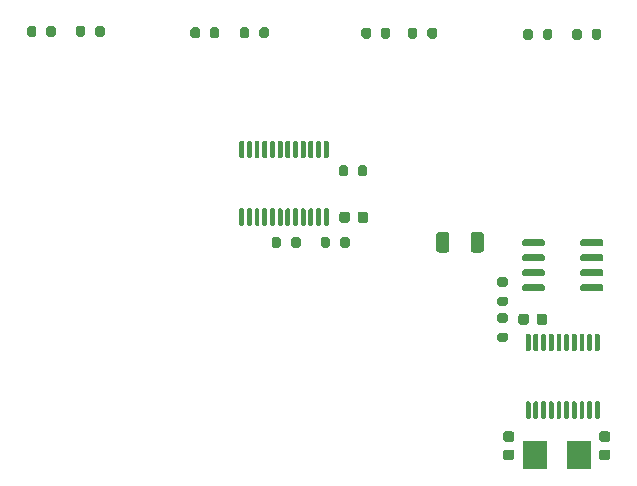
<source format=gbr>
%TF.GenerationSoftware,KiCad,Pcbnew,(5.1.9)-1*%
%TF.CreationDate,2021-08-01T22:25:33+09:30*%
%TF.ProjectId,tyre_temp_sense,74797265-5f74-4656-9d70-5f73656e7365,rev?*%
%TF.SameCoordinates,Original*%
%TF.FileFunction,Paste,Top*%
%TF.FilePolarity,Positive*%
%FSLAX46Y46*%
G04 Gerber Fmt 4.6, Leading zero omitted, Abs format (unit mm)*
G04 Created by KiCad (PCBNEW (5.1.9)-1) date 2021-08-01 22:25:33*
%MOMM*%
%LPD*%
G01*
G04 APERTURE LIST*
%ADD10R,2.000000X2.400000*%
G04 APERTURE END LIST*
%TO.C,R14*%
G36*
G01*
X109546500Y-74625001D02*
X109546500Y-73374999D01*
G75*
G02*
X109796499Y-73125000I249999J0D01*
G01*
X110421501Y-73125000D01*
G75*
G02*
X110671500Y-73374999I0J-249999D01*
G01*
X110671500Y-74625001D01*
G75*
G02*
X110421501Y-74875000I-249999J0D01*
G01*
X109796499Y-74875000D01*
G75*
G02*
X109546500Y-74625001I0J249999D01*
G01*
G37*
G36*
G01*
X106621500Y-74625001D02*
X106621500Y-73374999D01*
G75*
G02*
X106871499Y-73125000I249999J0D01*
G01*
X107496501Y-73125000D01*
G75*
G02*
X107746500Y-73374999I0J-249999D01*
G01*
X107746500Y-74625001D01*
G75*
G02*
X107496501Y-74875000I-249999J0D01*
G01*
X106871499Y-74875000D01*
G75*
G02*
X106621500Y-74625001I0J249999D01*
G01*
G37*
%TD*%
%TO.C,C4*%
G36*
G01*
X115133000Y-80768000D02*
X115133000Y-80268000D01*
G75*
G02*
X115358000Y-80043000I225000J0D01*
G01*
X115808000Y-80043000D01*
G75*
G02*
X116033000Y-80268000I0J-225000D01*
G01*
X116033000Y-80768000D01*
G75*
G02*
X115808000Y-80993000I-225000J0D01*
G01*
X115358000Y-80993000D01*
G75*
G02*
X115133000Y-80768000I0J225000D01*
G01*
G37*
G36*
G01*
X113583000Y-80768000D02*
X113583000Y-80268000D01*
G75*
G02*
X113808000Y-80043000I225000J0D01*
G01*
X114258000Y-80043000D01*
G75*
G02*
X114483000Y-80268000I0J-225000D01*
G01*
X114483000Y-80768000D01*
G75*
G02*
X114258000Y-80993000I-225000J0D01*
G01*
X113808000Y-80993000D01*
G75*
G02*
X113583000Y-80768000I0J225000D01*
G01*
G37*
%TD*%
D10*
%TO.C,Y1*%
X118700000Y-92000000D03*
X115000000Y-92000000D03*
%TD*%
%TO.C,U3*%
G36*
G01*
X115848000Y-77701000D02*
X115848000Y-78001000D01*
G75*
G02*
X115698000Y-78151000I-150000J0D01*
G01*
X114048000Y-78151000D01*
G75*
G02*
X113898000Y-78001000I0J150000D01*
G01*
X113898000Y-77701000D01*
G75*
G02*
X114048000Y-77551000I150000J0D01*
G01*
X115698000Y-77551000D01*
G75*
G02*
X115848000Y-77701000I0J-150000D01*
G01*
G37*
G36*
G01*
X115848000Y-76431000D02*
X115848000Y-76731000D01*
G75*
G02*
X115698000Y-76881000I-150000J0D01*
G01*
X114048000Y-76881000D01*
G75*
G02*
X113898000Y-76731000I0J150000D01*
G01*
X113898000Y-76431000D01*
G75*
G02*
X114048000Y-76281000I150000J0D01*
G01*
X115698000Y-76281000D01*
G75*
G02*
X115848000Y-76431000I0J-150000D01*
G01*
G37*
G36*
G01*
X115848000Y-75161000D02*
X115848000Y-75461000D01*
G75*
G02*
X115698000Y-75611000I-150000J0D01*
G01*
X114048000Y-75611000D01*
G75*
G02*
X113898000Y-75461000I0J150000D01*
G01*
X113898000Y-75161000D01*
G75*
G02*
X114048000Y-75011000I150000J0D01*
G01*
X115698000Y-75011000D01*
G75*
G02*
X115848000Y-75161000I0J-150000D01*
G01*
G37*
G36*
G01*
X115848000Y-73891000D02*
X115848000Y-74191000D01*
G75*
G02*
X115698000Y-74341000I-150000J0D01*
G01*
X114048000Y-74341000D01*
G75*
G02*
X113898000Y-74191000I0J150000D01*
G01*
X113898000Y-73891000D01*
G75*
G02*
X114048000Y-73741000I150000J0D01*
G01*
X115698000Y-73741000D01*
G75*
G02*
X115848000Y-73891000I0J-150000D01*
G01*
G37*
G36*
G01*
X120798000Y-73891000D02*
X120798000Y-74191000D01*
G75*
G02*
X120648000Y-74341000I-150000J0D01*
G01*
X118998000Y-74341000D01*
G75*
G02*
X118848000Y-74191000I0J150000D01*
G01*
X118848000Y-73891000D01*
G75*
G02*
X118998000Y-73741000I150000J0D01*
G01*
X120648000Y-73741000D01*
G75*
G02*
X120798000Y-73891000I0J-150000D01*
G01*
G37*
G36*
G01*
X120798000Y-75161000D02*
X120798000Y-75461000D01*
G75*
G02*
X120648000Y-75611000I-150000J0D01*
G01*
X118998000Y-75611000D01*
G75*
G02*
X118848000Y-75461000I0J150000D01*
G01*
X118848000Y-75161000D01*
G75*
G02*
X118998000Y-75011000I150000J0D01*
G01*
X120648000Y-75011000D01*
G75*
G02*
X120798000Y-75161000I0J-150000D01*
G01*
G37*
G36*
G01*
X120798000Y-76431000D02*
X120798000Y-76731000D01*
G75*
G02*
X120648000Y-76881000I-150000J0D01*
G01*
X118998000Y-76881000D01*
G75*
G02*
X118848000Y-76731000I0J150000D01*
G01*
X118848000Y-76431000D01*
G75*
G02*
X118998000Y-76281000I150000J0D01*
G01*
X120648000Y-76281000D01*
G75*
G02*
X120798000Y-76431000I0J-150000D01*
G01*
G37*
G36*
G01*
X120798000Y-77701000D02*
X120798000Y-78001000D01*
G75*
G02*
X120648000Y-78151000I-150000J0D01*
G01*
X118998000Y-78151000D01*
G75*
G02*
X118848000Y-78001000I0J150000D01*
G01*
X118848000Y-77701000D01*
G75*
G02*
X118998000Y-77551000I150000J0D01*
G01*
X120648000Y-77551000D01*
G75*
G02*
X120798000Y-77701000I0J-150000D01*
G01*
G37*
%TD*%
%TO.C,U2*%
G36*
G01*
X114523000Y-83219000D02*
X114323000Y-83219000D01*
G75*
G02*
X114223000Y-83119000I0J100000D01*
G01*
X114223000Y-81844000D01*
G75*
G02*
X114323000Y-81744000I100000J0D01*
G01*
X114523000Y-81744000D01*
G75*
G02*
X114623000Y-81844000I0J-100000D01*
G01*
X114623000Y-83119000D01*
G75*
G02*
X114523000Y-83219000I-100000J0D01*
G01*
G37*
G36*
G01*
X115173000Y-83219000D02*
X114973000Y-83219000D01*
G75*
G02*
X114873000Y-83119000I0J100000D01*
G01*
X114873000Y-81844000D01*
G75*
G02*
X114973000Y-81744000I100000J0D01*
G01*
X115173000Y-81744000D01*
G75*
G02*
X115273000Y-81844000I0J-100000D01*
G01*
X115273000Y-83119000D01*
G75*
G02*
X115173000Y-83219000I-100000J0D01*
G01*
G37*
G36*
G01*
X115823000Y-83219000D02*
X115623000Y-83219000D01*
G75*
G02*
X115523000Y-83119000I0J100000D01*
G01*
X115523000Y-81844000D01*
G75*
G02*
X115623000Y-81744000I100000J0D01*
G01*
X115823000Y-81744000D01*
G75*
G02*
X115923000Y-81844000I0J-100000D01*
G01*
X115923000Y-83119000D01*
G75*
G02*
X115823000Y-83219000I-100000J0D01*
G01*
G37*
G36*
G01*
X116473000Y-83219000D02*
X116273000Y-83219000D01*
G75*
G02*
X116173000Y-83119000I0J100000D01*
G01*
X116173000Y-81844000D01*
G75*
G02*
X116273000Y-81744000I100000J0D01*
G01*
X116473000Y-81744000D01*
G75*
G02*
X116573000Y-81844000I0J-100000D01*
G01*
X116573000Y-83119000D01*
G75*
G02*
X116473000Y-83219000I-100000J0D01*
G01*
G37*
G36*
G01*
X117123000Y-83219000D02*
X116923000Y-83219000D01*
G75*
G02*
X116823000Y-83119000I0J100000D01*
G01*
X116823000Y-81844000D01*
G75*
G02*
X116923000Y-81744000I100000J0D01*
G01*
X117123000Y-81744000D01*
G75*
G02*
X117223000Y-81844000I0J-100000D01*
G01*
X117223000Y-83119000D01*
G75*
G02*
X117123000Y-83219000I-100000J0D01*
G01*
G37*
G36*
G01*
X117773000Y-83219000D02*
X117573000Y-83219000D01*
G75*
G02*
X117473000Y-83119000I0J100000D01*
G01*
X117473000Y-81844000D01*
G75*
G02*
X117573000Y-81744000I100000J0D01*
G01*
X117773000Y-81744000D01*
G75*
G02*
X117873000Y-81844000I0J-100000D01*
G01*
X117873000Y-83119000D01*
G75*
G02*
X117773000Y-83219000I-100000J0D01*
G01*
G37*
G36*
G01*
X118423000Y-83219000D02*
X118223000Y-83219000D01*
G75*
G02*
X118123000Y-83119000I0J100000D01*
G01*
X118123000Y-81844000D01*
G75*
G02*
X118223000Y-81744000I100000J0D01*
G01*
X118423000Y-81744000D01*
G75*
G02*
X118523000Y-81844000I0J-100000D01*
G01*
X118523000Y-83119000D01*
G75*
G02*
X118423000Y-83219000I-100000J0D01*
G01*
G37*
G36*
G01*
X119073000Y-83219000D02*
X118873000Y-83219000D01*
G75*
G02*
X118773000Y-83119000I0J100000D01*
G01*
X118773000Y-81844000D01*
G75*
G02*
X118873000Y-81744000I100000J0D01*
G01*
X119073000Y-81744000D01*
G75*
G02*
X119173000Y-81844000I0J-100000D01*
G01*
X119173000Y-83119000D01*
G75*
G02*
X119073000Y-83219000I-100000J0D01*
G01*
G37*
G36*
G01*
X119723000Y-83219000D02*
X119523000Y-83219000D01*
G75*
G02*
X119423000Y-83119000I0J100000D01*
G01*
X119423000Y-81844000D01*
G75*
G02*
X119523000Y-81744000I100000J0D01*
G01*
X119723000Y-81744000D01*
G75*
G02*
X119823000Y-81844000I0J-100000D01*
G01*
X119823000Y-83119000D01*
G75*
G02*
X119723000Y-83219000I-100000J0D01*
G01*
G37*
G36*
G01*
X120373000Y-83219000D02*
X120173000Y-83219000D01*
G75*
G02*
X120073000Y-83119000I0J100000D01*
G01*
X120073000Y-81844000D01*
G75*
G02*
X120173000Y-81744000I100000J0D01*
G01*
X120373000Y-81744000D01*
G75*
G02*
X120473000Y-81844000I0J-100000D01*
G01*
X120473000Y-83119000D01*
G75*
G02*
X120373000Y-83219000I-100000J0D01*
G01*
G37*
G36*
G01*
X120373000Y-88944000D02*
X120173000Y-88944000D01*
G75*
G02*
X120073000Y-88844000I0J100000D01*
G01*
X120073000Y-87569000D01*
G75*
G02*
X120173000Y-87469000I100000J0D01*
G01*
X120373000Y-87469000D01*
G75*
G02*
X120473000Y-87569000I0J-100000D01*
G01*
X120473000Y-88844000D01*
G75*
G02*
X120373000Y-88944000I-100000J0D01*
G01*
G37*
G36*
G01*
X119723000Y-88944000D02*
X119523000Y-88944000D01*
G75*
G02*
X119423000Y-88844000I0J100000D01*
G01*
X119423000Y-87569000D01*
G75*
G02*
X119523000Y-87469000I100000J0D01*
G01*
X119723000Y-87469000D01*
G75*
G02*
X119823000Y-87569000I0J-100000D01*
G01*
X119823000Y-88844000D01*
G75*
G02*
X119723000Y-88944000I-100000J0D01*
G01*
G37*
G36*
G01*
X119073000Y-88944000D02*
X118873000Y-88944000D01*
G75*
G02*
X118773000Y-88844000I0J100000D01*
G01*
X118773000Y-87569000D01*
G75*
G02*
X118873000Y-87469000I100000J0D01*
G01*
X119073000Y-87469000D01*
G75*
G02*
X119173000Y-87569000I0J-100000D01*
G01*
X119173000Y-88844000D01*
G75*
G02*
X119073000Y-88944000I-100000J0D01*
G01*
G37*
G36*
G01*
X118423000Y-88944000D02*
X118223000Y-88944000D01*
G75*
G02*
X118123000Y-88844000I0J100000D01*
G01*
X118123000Y-87569000D01*
G75*
G02*
X118223000Y-87469000I100000J0D01*
G01*
X118423000Y-87469000D01*
G75*
G02*
X118523000Y-87569000I0J-100000D01*
G01*
X118523000Y-88844000D01*
G75*
G02*
X118423000Y-88944000I-100000J0D01*
G01*
G37*
G36*
G01*
X117773000Y-88944000D02*
X117573000Y-88944000D01*
G75*
G02*
X117473000Y-88844000I0J100000D01*
G01*
X117473000Y-87569000D01*
G75*
G02*
X117573000Y-87469000I100000J0D01*
G01*
X117773000Y-87469000D01*
G75*
G02*
X117873000Y-87569000I0J-100000D01*
G01*
X117873000Y-88844000D01*
G75*
G02*
X117773000Y-88944000I-100000J0D01*
G01*
G37*
G36*
G01*
X117123000Y-88944000D02*
X116923000Y-88944000D01*
G75*
G02*
X116823000Y-88844000I0J100000D01*
G01*
X116823000Y-87569000D01*
G75*
G02*
X116923000Y-87469000I100000J0D01*
G01*
X117123000Y-87469000D01*
G75*
G02*
X117223000Y-87569000I0J-100000D01*
G01*
X117223000Y-88844000D01*
G75*
G02*
X117123000Y-88944000I-100000J0D01*
G01*
G37*
G36*
G01*
X116473000Y-88944000D02*
X116273000Y-88944000D01*
G75*
G02*
X116173000Y-88844000I0J100000D01*
G01*
X116173000Y-87569000D01*
G75*
G02*
X116273000Y-87469000I100000J0D01*
G01*
X116473000Y-87469000D01*
G75*
G02*
X116573000Y-87569000I0J-100000D01*
G01*
X116573000Y-88844000D01*
G75*
G02*
X116473000Y-88944000I-100000J0D01*
G01*
G37*
G36*
G01*
X115823000Y-88944000D02*
X115623000Y-88944000D01*
G75*
G02*
X115523000Y-88844000I0J100000D01*
G01*
X115523000Y-87569000D01*
G75*
G02*
X115623000Y-87469000I100000J0D01*
G01*
X115823000Y-87469000D01*
G75*
G02*
X115923000Y-87569000I0J-100000D01*
G01*
X115923000Y-88844000D01*
G75*
G02*
X115823000Y-88944000I-100000J0D01*
G01*
G37*
G36*
G01*
X115173000Y-88944000D02*
X114973000Y-88944000D01*
G75*
G02*
X114873000Y-88844000I0J100000D01*
G01*
X114873000Y-87569000D01*
G75*
G02*
X114973000Y-87469000I100000J0D01*
G01*
X115173000Y-87469000D01*
G75*
G02*
X115273000Y-87569000I0J-100000D01*
G01*
X115273000Y-88844000D01*
G75*
G02*
X115173000Y-88944000I-100000J0D01*
G01*
G37*
G36*
G01*
X114523000Y-88944000D02*
X114323000Y-88944000D01*
G75*
G02*
X114223000Y-88844000I0J100000D01*
G01*
X114223000Y-87569000D01*
G75*
G02*
X114323000Y-87469000I100000J0D01*
G01*
X114523000Y-87469000D01*
G75*
G02*
X114623000Y-87569000I0J-100000D01*
G01*
X114623000Y-88844000D01*
G75*
G02*
X114523000Y-88944000I-100000J0D01*
G01*
G37*
%TD*%
%TO.C,U1*%
G36*
G01*
X97225000Y-71125000D02*
X97425000Y-71125000D01*
G75*
G02*
X97525000Y-71225000I0J-100000D01*
G01*
X97525000Y-72500000D01*
G75*
G02*
X97425000Y-72600000I-100000J0D01*
G01*
X97225000Y-72600000D01*
G75*
G02*
X97125000Y-72500000I0J100000D01*
G01*
X97125000Y-71225000D01*
G75*
G02*
X97225000Y-71125000I100000J0D01*
G01*
G37*
G36*
G01*
X96575000Y-71125000D02*
X96775000Y-71125000D01*
G75*
G02*
X96875000Y-71225000I0J-100000D01*
G01*
X96875000Y-72500000D01*
G75*
G02*
X96775000Y-72600000I-100000J0D01*
G01*
X96575000Y-72600000D01*
G75*
G02*
X96475000Y-72500000I0J100000D01*
G01*
X96475000Y-71225000D01*
G75*
G02*
X96575000Y-71125000I100000J0D01*
G01*
G37*
G36*
G01*
X95925000Y-71125000D02*
X96125000Y-71125000D01*
G75*
G02*
X96225000Y-71225000I0J-100000D01*
G01*
X96225000Y-72500000D01*
G75*
G02*
X96125000Y-72600000I-100000J0D01*
G01*
X95925000Y-72600000D01*
G75*
G02*
X95825000Y-72500000I0J100000D01*
G01*
X95825000Y-71225000D01*
G75*
G02*
X95925000Y-71125000I100000J0D01*
G01*
G37*
G36*
G01*
X95275000Y-71125000D02*
X95475000Y-71125000D01*
G75*
G02*
X95575000Y-71225000I0J-100000D01*
G01*
X95575000Y-72500000D01*
G75*
G02*
X95475000Y-72600000I-100000J0D01*
G01*
X95275000Y-72600000D01*
G75*
G02*
X95175000Y-72500000I0J100000D01*
G01*
X95175000Y-71225000D01*
G75*
G02*
X95275000Y-71125000I100000J0D01*
G01*
G37*
G36*
G01*
X94625000Y-71125000D02*
X94825000Y-71125000D01*
G75*
G02*
X94925000Y-71225000I0J-100000D01*
G01*
X94925000Y-72500000D01*
G75*
G02*
X94825000Y-72600000I-100000J0D01*
G01*
X94625000Y-72600000D01*
G75*
G02*
X94525000Y-72500000I0J100000D01*
G01*
X94525000Y-71225000D01*
G75*
G02*
X94625000Y-71125000I100000J0D01*
G01*
G37*
G36*
G01*
X93975000Y-71125000D02*
X94175000Y-71125000D01*
G75*
G02*
X94275000Y-71225000I0J-100000D01*
G01*
X94275000Y-72500000D01*
G75*
G02*
X94175000Y-72600000I-100000J0D01*
G01*
X93975000Y-72600000D01*
G75*
G02*
X93875000Y-72500000I0J100000D01*
G01*
X93875000Y-71225000D01*
G75*
G02*
X93975000Y-71125000I100000J0D01*
G01*
G37*
G36*
G01*
X93325000Y-71125000D02*
X93525000Y-71125000D01*
G75*
G02*
X93625000Y-71225000I0J-100000D01*
G01*
X93625000Y-72500000D01*
G75*
G02*
X93525000Y-72600000I-100000J0D01*
G01*
X93325000Y-72600000D01*
G75*
G02*
X93225000Y-72500000I0J100000D01*
G01*
X93225000Y-71225000D01*
G75*
G02*
X93325000Y-71125000I100000J0D01*
G01*
G37*
G36*
G01*
X92675000Y-71125000D02*
X92875000Y-71125000D01*
G75*
G02*
X92975000Y-71225000I0J-100000D01*
G01*
X92975000Y-72500000D01*
G75*
G02*
X92875000Y-72600000I-100000J0D01*
G01*
X92675000Y-72600000D01*
G75*
G02*
X92575000Y-72500000I0J100000D01*
G01*
X92575000Y-71225000D01*
G75*
G02*
X92675000Y-71125000I100000J0D01*
G01*
G37*
G36*
G01*
X92025000Y-71125000D02*
X92225000Y-71125000D01*
G75*
G02*
X92325000Y-71225000I0J-100000D01*
G01*
X92325000Y-72500000D01*
G75*
G02*
X92225000Y-72600000I-100000J0D01*
G01*
X92025000Y-72600000D01*
G75*
G02*
X91925000Y-72500000I0J100000D01*
G01*
X91925000Y-71225000D01*
G75*
G02*
X92025000Y-71125000I100000J0D01*
G01*
G37*
G36*
G01*
X91375000Y-71125000D02*
X91575000Y-71125000D01*
G75*
G02*
X91675000Y-71225000I0J-100000D01*
G01*
X91675000Y-72500000D01*
G75*
G02*
X91575000Y-72600000I-100000J0D01*
G01*
X91375000Y-72600000D01*
G75*
G02*
X91275000Y-72500000I0J100000D01*
G01*
X91275000Y-71225000D01*
G75*
G02*
X91375000Y-71125000I100000J0D01*
G01*
G37*
G36*
G01*
X90725000Y-71125000D02*
X90925000Y-71125000D01*
G75*
G02*
X91025000Y-71225000I0J-100000D01*
G01*
X91025000Y-72500000D01*
G75*
G02*
X90925000Y-72600000I-100000J0D01*
G01*
X90725000Y-72600000D01*
G75*
G02*
X90625000Y-72500000I0J100000D01*
G01*
X90625000Y-71225000D01*
G75*
G02*
X90725000Y-71125000I100000J0D01*
G01*
G37*
G36*
G01*
X90075000Y-71125000D02*
X90275000Y-71125000D01*
G75*
G02*
X90375000Y-71225000I0J-100000D01*
G01*
X90375000Y-72500000D01*
G75*
G02*
X90275000Y-72600000I-100000J0D01*
G01*
X90075000Y-72600000D01*
G75*
G02*
X89975000Y-72500000I0J100000D01*
G01*
X89975000Y-71225000D01*
G75*
G02*
X90075000Y-71125000I100000J0D01*
G01*
G37*
G36*
G01*
X90075000Y-65400000D02*
X90275000Y-65400000D01*
G75*
G02*
X90375000Y-65500000I0J-100000D01*
G01*
X90375000Y-66775000D01*
G75*
G02*
X90275000Y-66875000I-100000J0D01*
G01*
X90075000Y-66875000D01*
G75*
G02*
X89975000Y-66775000I0J100000D01*
G01*
X89975000Y-65500000D01*
G75*
G02*
X90075000Y-65400000I100000J0D01*
G01*
G37*
G36*
G01*
X90725000Y-65400000D02*
X90925000Y-65400000D01*
G75*
G02*
X91025000Y-65500000I0J-100000D01*
G01*
X91025000Y-66775000D01*
G75*
G02*
X90925000Y-66875000I-100000J0D01*
G01*
X90725000Y-66875000D01*
G75*
G02*
X90625000Y-66775000I0J100000D01*
G01*
X90625000Y-65500000D01*
G75*
G02*
X90725000Y-65400000I100000J0D01*
G01*
G37*
G36*
G01*
X91375000Y-65400000D02*
X91575000Y-65400000D01*
G75*
G02*
X91675000Y-65500000I0J-100000D01*
G01*
X91675000Y-66775000D01*
G75*
G02*
X91575000Y-66875000I-100000J0D01*
G01*
X91375000Y-66875000D01*
G75*
G02*
X91275000Y-66775000I0J100000D01*
G01*
X91275000Y-65500000D01*
G75*
G02*
X91375000Y-65400000I100000J0D01*
G01*
G37*
G36*
G01*
X92025000Y-65400000D02*
X92225000Y-65400000D01*
G75*
G02*
X92325000Y-65500000I0J-100000D01*
G01*
X92325000Y-66775000D01*
G75*
G02*
X92225000Y-66875000I-100000J0D01*
G01*
X92025000Y-66875000D01*
G75*
G02*
X91925000Y-66775000I0J100000D01*
G01*
X91925000Y-65500000D01*
G75*
G02*
X92025000Y-65400000I100000J0D01*
G01*
G37*
G36*
G01*
X92675000Y-65400000D02*
X92875000Y-65400000D01*
G75*
G02*
X92975000Y-65500000I0J-100000D01*
G01*
X92975000Y-66775000D01*
G75*
G02*
X92875000Y-66875000I-100000J0D01*
G01*
X92675000Y-66875000D01*
G75*
G02*
X92575000Y-66775000I0J100000D01*
G01*
X92575000Y-65500000D01*
G75*
G02*
X92675000Y-65400000I100000J0D01*
G01*
G37*
G36*
G01*
X93325000Y-65400000D02*
X93525000Y-65400000D01*
G75*
G02*
X93625000Y-65500000I0J-100000D01*
G01*
X93625000Y-66775000D01*
G75*
G02*
X93525000Y-66875000I-100000J0D01*
G01*
X93325000Y-66875000D01*
G75*
G02*
X93225000Y-66775000I0J100000D01*
G01*
X93225000Y-65500000D01*
G75*
G02*
X93325000Y-65400000I100000J0D01*
G01*
G37*
G36*
G01*
X93975000Y-65400000D02*
X94175000Y-65400000D01*
G75*
G02*
X94275000Y-65500000I0J-100000D01*
G01*
X94275000Y-66775000D01*
G75*
G02*
X94175000Y-66875000I-100000J0D01*
G01*
X93975000Y-66875000D01*
G75*
G02*
X93875000Y-66775000I0J100000D01*
G01*
X93875000Y-65500000D01*
G75*
G02*
X93975000Y-65400000I100000J0D01*
G01*
G37*
G36*
G01*
X94625000Y-65400000D02*
X94825000Y-65400000D01*
G75*
G02*
X94925000Y-65500000I0J-100000D01*
G01*
X94925000Y-66775000D01*
G75*
G02*
X94825000Y-66875000I-100000J0D01*
G01*
X94625000Y-66875000D01*
G75*
G02*
X94525000Y-66775000I0J100000D01*
G01*
X94525000Y-65500000D01*
G75*
G02*
X94625000Y-65400000I100000J0D01*
G01*
G37*
G36*
G01*
X95275000Y-65400000D02*
X95475000Y-65400000D01*
G75*
G02*
X95575000Y-65500000I0J-100000D01*
G01*
X95575000Y-66775000D01*
G75*
G02*
X95475000Y-66875000I-100000J0D01*
G01*
X95275000Y-66875000D01*
G75*
G02*
X95175000Y-66775000I0J100000D01*
G01*
X95175000Y-65500000D01*
G75*
G02*
X95275000Y-65400000I100000J0D01*
G01*
G37*
G36*
G01*
X95925000Y-65400000D02*
X96125000Y-65400000D01*
G75*
G02*
X96225000Y-65500000I0J-100000D01*
G01*
X96225000Y-66775000D01*
G75*
G02*
X96125000Y-66875000I-100000J0D01*
G01*
X95925000Y-66875000D01*
G75*
G02*
X95825000Y-66775000I0J100000D01*
G01*
X95825000Y-65500000D01*
G75*
G02*
X95925000Y-65400000I100000J0D01*
G01*
G37*
G36*
G01*
X96575000Y-65400000D02*
X96775000Y-65400000D01*
G75*
G02*
X96875000Y-65500000I0J-100000D01*
G01*
X96875000Y-66775000D01*
G75*
G02*
X96775000Y-66875000I-100000J0D01*
G01*
X96575000Y-66875000D01*
G75*
G02*
X96475000Y-66775000I0J100000D01*
G01*
X96475000Y-65500000D01*
G75*
G02*
X96575000Y-65400000I100000J0D01*
G01*
G37*
G36*
G01*
X97225000Y-65400000D02*
X97425000Y-65400000D01*
G75*
G02*
X97525000Y-65500000I0J-100000D01*
G01*
X97525000Y-66775000D01*
G75*
G02*
X97425000Y-66875000I-100000J0D01*
G01*
X97225000Y-66875000D01*
G75*
G02*
X97125000Y-66775000I0J100000D01*
G01*
X97125000Y-65500000D01*
G75*
G02*
X97225000Y-65400000I100000J0D01*
G01*
G37*
%TD*%
%TO.C,R13*%
G36*
G01*
X111993000Y-78593000D02*
X112543000Y-78593000D01*
G75*
G02*
X112743000Y-78793000I0J-200000D01*
G01*
X112743000Y-79193000D01*
G75*
G02*
X112543000Y-79393000I-200000J0D01*
G01*
X111993000Y-79393000D01*
G75*
G02*
X111793000Y-79193000I0J200000D01*
G01*
X111793000Y-78793000D01*
G75*
G02*
X111993000Y-78593000I200000J0D01*
G01*
G37*
G36*
G01*
X111993000Y-76943000D02*
X112543000Y-76943000D01*
G75*
G02*
X112743000Y-77143000I0J-200000D01*
G01*
X112743000Y-77543000D01*
G75*
G02*
X112543000Y-77743000I-200000J0D01*
G01*
X111993000Y-77743000D01*
G75*
G02*
X111793000Y-77543000I0J200000D01*
G01*
X111793000Y-77143000D01*
G75*
G02*
X111993000Y-76943000I200000J0D01*
G01*
G37*
%TD*%
%TO.C,R12*%
G36*
G01*
X111993000Y-81642000D02*
X112543000Y-81642000D01*
G75*
G02*
X112743000Y-81842000I0J-200000D01*
G01*
X112743000Y-82242000D01*
G75*
G02*
X112543000Y-82442000I-200000J0D01*
G01*
X111993000Y-82442000D01*
G75*
G02*
X111793000Y-82242000I0J200000D01*
G01*
X111793000Y-81842000D01*
G75*
G02*
X111993000Y-81642000I200000J0D01*
G01*
G37*
G36*
G01*
X111993000Y-79992000D02*
X112543000Y-79992000D01*
G75*
G02*
X112743000Y-80192000I0J-200000D01*
G01*
X112743000Y-80592000D01*
G75*
G02*
X112543000Y-80792000I-200000J0D01*
G01*
X111993000Y-80792000D01*
G75*
G02*
X111793000Y-80592000I0J200000D01*
G01*
X111793000Y-80192000D01*
G75*
G02*
X111993000Y-79992000I200000J0D01*
G01*
G37*
%TD*%
%TO.C,R11*%
G36*
G01*
X76918000Y-55859000D02*
X76918000Y-56409000D01*
G75*
G02*
X76718000Y-56609000I-200000J0D01*
G01*
X76318000Y-56609000D01*
G75*
G02*
X76118000Y-56409000I0J200000D01*
G01*
X76118000Y-55859000D01*
G75*
G02*
X76318000Y-55659000I200000J0D01*
G01*
X76718000Y-55659000D01*
G75*
G02*
X76918000Y-55859000I0J-200000D01*
G01*
G37*
G36*
G01*
X78568000Y-55859000D02*
X78568000Y-56409000D01*
G75*
G02*
X78368000Y-56609000I-200000J0D01*
G01*
X77968000Y-56609000D01*
G75*
G02*
X77768000Y-56409000I0J200000D01*
G01*
X77768000Y-55859000D01*
G75*
G02*
X77968000Y-55659000I200000J0D01*
G01*
X78368000Y-55659000D01*
G75*
G02*
X78568000Y-55859000I0J-200000D01*
G01*
G37*
%TD*%
%TO.C,R10*%
G36*
G01*
X73641000Y-56409000D02*
X73641000Y-55859000D01*
G75*
G02*
X73841000Y-55659000I200000J0D01*
G01*
X74241000Y-55659000D01*
G75*
G02*
X74441000Y-55859000I0J-200000D01*
G01*
X74441000Y-56409000D01*
G75*
G02*
X74241000Y-56609000I-200000J0D01*
G01*
X73841000Y-56609000D01*
G75*
G02*
X73641000Y-56409000I0J200000D01*
G01*
G37*
G36*
G01*
X71991000Y-56409000D02*
X71991000Y-55859000D01*
G75*
G02*
X72191000Y-55659000I200000J0D01*
G01*
X72591000Y-55659000D01*
G75*
G02*
X72791000Y-55859000I0J-200000D01*
G01*
X72791000Y-56409000D01*
G75*
G02*
X72591000Y-56609000I-200000J0D01*
G01*
X72191000Y-56609000D01*
G75*
G02*
X71991000Y-56409000I0J200000D01*
G01*
G37*
%TD*%
%TO.C,R9*%
G36*
G01*
X90824000Y-55986000D02*
X90824000Y-56536000D01*
G75*
G02*
X90624000Y-56736000I-200000J0D01*
G01*
X90224000Y-56736000D01*
G75*
G02*
X90024000Y-56536000I0J200000D01*
G01*
X90024000Y-55986000D01*
G75*
G02*
X90224000Y-55786000I200000J0D01*
G01*
X90624000Y-55786000D01*
G75*
G02*
X90824000Y-55986000I0J-200000D01*
G01*
G37*
G36*
G01*
X92474000Y-55986000D02*
X92474000Y-56536000D01*
G75*
G02*
X92274000Y-56736000I-200000J0D01*
G01*
X91874000Y-56736000D01*
G75*
G02*
X91674000Y-56536000I0J200000D01*
G01*
X91674000Y-55986000D01*
G75*
G02*
X91874000Y-55786000I200000J0D01*
G01*
X92274000Y-55786000D01*
G75*
G02*
X92474000Y-55986000I0J-200000D01*
G01*
G37*
%TD*%
%TO.C,R8*%
G36*
G01*
X87484000Y-56536000D02*
X87484000Y-55986000D01*
G75*
G02*
X87684000Y-55786000I200000J0D01*
G01*
X88084000Y-55786000D01*
G75*
G02*
X88284000Y-55986000I0J-200000D01*
G01*
X88284000Y-56536000D01*
G75*
G02*
X88084000Y-56736000I-200000J0D01*
G01*
X87684000Y-56736000D01*
G75*
G02*
X87484000Y-56536000I0J200000D01*
G01*
G37*
G36*
G01*
X85834000Y-56536000D02*
X85834000Y-55986000D01*
G75*
G02*
X86034000Y-55786000I200000J0D01*
G01*
X86434000Y-55786000D01*
G75*
G02*
X86634000Y-55986000I0J-200000D01*
G01*
X86634000Y-56536000D01*
G75*
G02*
X86434000Y-56736000I-200000J0D01*
G01*
X86034000Y-56736000D01*
G75*
G02*
X85834000Y-56536000I0J200000D01*
G01*
G37*
%TD*%
%TO.C,R7*%
G36*
G01*
X105048000Y-56013000D02*
X105048000Y-56563000D01*
G75*
G02*
X104848000Y-56763000I-200000J0D01*
G01*
X104448000Y-56763000D01*
G75*
G02*
X104248000Y-56563000I0J200000D01*
G01*
X104248000Y-56013000D01*
G75*
G02*
X104448000Y-55813000I200000J0D01*
G01*
X104848000Y-55813000D01*
G75*
G02*
X105048000Y-56013000I0J-200000D01*
G01*
G37*
G36*
G01*
X106698000Y-56013000D02*
X106698000Y-56563000D01*
G75*
G02*
X106498000Y-56763000I-200000J0D01*
G01*
X106098000Y-56763000D01*
G75*
G02*
X105898000Y-56563000I0J200000D01*
G01*
X105898000Y-56013000D01*
G75*
G02*
X106098000Y-55813000I200000J0D01*
G01*
X106498000Y-55813000D01*
G75*
G02*
X106698000Y-56013000I0J-200000D01*
G01*
G37*
%TD*%
%TO.C,R6*%
G36*
G01*
X101962000Y-56563000D02*
X101962000Y-56013000D01*
G75*
G02*
X102162000Y-55813000I200000J0D01*
G01*
X102562000Y-55813000D01*
G75*
G02*
X102762000Y-56013000I0J-200000D01*
G01*
X102762000Y-56563000D01*
G75*
G02*
X102562000Y-56763000I-200000J0D01*
G01*
X102162000Y-56763000D01*
G75*
G02*
X101962000Y-56563000I0J200000D01*
G01*
G37*
G36*
G01*
X100312000Y-56563000D02*
X100312000Y-56013000D01*
G75*
G02*
X100512000Y-55813000I200000J0D01*
G01*
X100912000Y-55813000D01*
G75*
G02*
X101112000Y-56013000I0J-200000D01*
G01*
X101112000Y-56563000D01*
G75*
G02*
X100912000Y-56763000I-200000J0D01*
G01*
X100512000Y-56763000D01*
G75*
G02*
X100312000Y-56563000I0J200000D01*
G01*
G37*
%TD*%
%TO.C,R5*%
G36*
G01*
X118955000Y-56113000D02*
X118955000Y-56663000D01*
G75*
G02*
X118755000Y-56863000I-200000J0D01*
G01*
X118355000Y-56863000D01*
G75*
G02*
X118155000Y-56663000I0J200000D01*
G01*
X118155000Y-56113000D01*
G75*
G02*
X118355000Y-55913000I200000J0D01*
G01*
X118755000Y-55913000D01*
G75*
G02*
X118955000Y-56113000I0J-200000D01*
G01*
G37*
G36*
G01*
X120605000Y-56113000D02*
X120605000Y-56663000D01*
G75*
G02*
X120405000Y-56863000I-200000J0D01*
G01*
X120005000Y-56863000D01*
G75*
G02*
X119805000Y-56663000I0J200000D01*
G01*
X119805000Y-56113000D01*
G75*
G02*
X120005000Y-55913000I200000J0D01*
G01*
X120405000Y-55913000D01*
G75*
G02*
X120605000Y-56113000I0J-200000D01*
G01*
G37*
%TD*%
%TO.C,R4*%
G36*
G01*
X115677000Y-56663000D02*
X115677000Y-56113000D01*
G75*
G02*
X115877000Y-55913000I200000J0D01*
G01*
X116277000Y-55913000D01*
G75*
G02*
X116477000Y-56113000I0J-200000D01*
G01*
X116477000Y-56663000D01*
G75*
G02*
X116277000Y-56863000I-200000J0D01*
G01*
X115877000Y-56863000D01*
G75*
G02*
X115677000Y-56663000I0J200000D01*
G01*
G37*
G36*
G01*
X114027000Y-56663000D02*
X114027000Y-56113000D01*
G75*
G02*
X114227000Y-55913000I200000J0D01*
G01*
X114627000Y-55913000D01*
G75*
G02*
X114827000Y-56113000I0J-200000D01*
G01*
X114827000Y-56663000D01*
G75*
G02*
X114627000Y-56863000I-200000J0D01*
G01*
X114227000Y-56863000D01*
G75*
G02*
X114027000Y-56663000I0J200000D01*
G01*
G37*
%TD*%
%TO.C,R3*%
G36*
G01*
X97650000Y-73725000D02*
X97650000Y-74275000D01*
G75*
G02*
X97450000Y-74475000I-200000J0D01*
G01*
X97050000Y-74475000D01*
G75*
G02*
X96850000Y-74275000I0J200000D01*
G01*
X96850000Y-73725000D01*
G75*
G02*
X97050000Y-73525000I200000J0D01*
G01*
X97450000Y-73525000D01*
G75*
G02*
X97650000Y-73725000I0J-200000D01*
G01*
G37*
G36*
G01*
X99300000Y-73725000D02*
X99300000Y-74275000D01*
G75*
G02*
X99100000Y-74475000I-200000J0D01*
G01*
X98700000Y-74475000D01*
G75*
G02*
X98500000Y-74275000I0J200000D01*
G01*
X98500000Y-73725000D01*
G75*
G02*
X98700000Y-73525000I200000J0D01*
G01*
X99100000Y-73525000D01*
G75*
G02*
X99300000Y-73725000I0J-200000D01*
G01*
G37*
%TD*%
%TO.C,R2*%
G36*
G01*
X94350000Y-74275000D02*
X94350000Y-73725000D01*
G75*
G02*
X94550000Y-73525000I200000J0D01*
G01*
X94950000Y-73525000D01*
G75*
G02*
X95150000Y-73725000I0J-200000D01*
G01*
X95150000Y-74275000D01*
G75*
G02*
X94950000Y-74475000I-200000J0D01*
G01*
X94550000Y-74475000D01*
G75*
G02*
X94350000Y-74275000I0J200000D01*
G01*
G37*
G36*
G01*
X92700000Y-74275000D02*
X92700000Y-73725000D01*
G75*
G02*
X92900000Y-73525000I200000J0D01*
G01*
X93300000Y-73525000D01*
G75*
G02*
X93500000Y-73725000I0J-200000D01*
G01*
X93500000Y-74275000D01*
G75*
G02*
X93300000Y-74475000I-200000J0D01*
G01*
X92900000Y-74475000D01*
G75*
G02*
X92700000Y-74275000I0J200000D01*
G01*
G37*
%TD*%
%TO.C,R1*%
G36*
G01*
X99169000Y-67670000D02*
X99169000Y-68220000D01*
G75*
G02*
X98969000Y-68420000I-200000J0D01*
G01*
X98569000Y-68420000D01*
G75*
G02*
X98369000Y-68220000I0J200000D01*
G01*
X98369000Y-67670000D01*
G75*
G02*
X98569000Y-67470000I200000J0D01*
G01*
X98969000Y-67470000D01*
G75*
G02*
X99169000Y-67670000I0J-200000D01*
G01*
G37*
G36*
G01*
X100819000Y-67670000D02*
X100819000Y-68220000D01*
G75*
G02*
X100619000Y-68420000I-200000J0D01*
G01*
X100219000Y-68420000D01*
G75*
G02*
X100019000Y-68220000I0J200000D01*
G01*
X100019000Y-67670000D01*
G75*
G02*
X100219000Y-67470000I200000J0D01*
G01*
X100619000Y-67470000D01*
G75*
G02*
X100819000Y-67670000I0J-200000D01*
G01*
G37*
%TD*%
%TO.C,C2*%
G36*
G01*
X121154000Y-90900000D02*
X120654000Y-90900000D01*
G75*
G02*
X120429000Y-90675000I0J225000D01*
G01*
X120429000Y-90225000D01*
G75*
G02*
X120654000Y-90000000I225000J0D01*
G01*
X121154000Y-90000000D01*
G75*
G02*
X121379000Y-90225000I0J-225000D01*
G01*
X121379000Y-90675000D01*
G75*
G02*
X121154000Y-90900000I-225000J0D01*
G01*
G37*
G36*
G01*
X121154000Y-92450000D02*
X120654000Y-92450000D01*
G75*
G02*
X120429000Y-92225000I0J225000D01*
G01*
X120429000Y-91775000D01*
G75*
G02*
X120654000Y-91550000I225000J0D01*
G01*
X121154000Y-91550000D01*
G75*
G02*
X121379000Y-91775000I0J-225000D01*
G01*
X121379000Y-92225000D01*
G75*
G02*
X121154000Y-92450000I-225000J0D01*
G01*
G37*
%TD*%
%TO.C,C1*%
G36*
G01*
X113026000Y-90900000D02*
X112526000Y-90900000D01*
G75*
G02*
X112301000Y-90675000I0J225000D01*
G01*
X112301000Y-90225000D01*
G75*
G02*
X112526000Y-90000000I225000J0D01*
G01*
X113026000Y-90000000D01*
G75*
G02*
X113251000Y-90225000I0J-225000D01*
G01*
X113251000Y-90675000D01*
G75*
G02*
X113026000Y-90900000I-225000J0D01*
G01*
G37*
G36*
G01*
X113026000Y-92450000D02*
X112526000Y-92450000D01*
G75*
G02*
X112301000Y-92225000I0J225000D01*
G01*
X112301000Y-91775000D01*
G75*
G02*
X112526000Y-91550000I225000J0D01*
G01*
X113026000Y-91550000D01*
G75*
G02*
X113251000Y-91775000I0J-225000D01*
G01*
X113251000Y-92225000D01*
G75*
G02*
X113026000Y-92450000I-225000J0D01*
G01*
G37*
%TD*%
%TO.C,C3*%
G36*
G01*
X99333000Y-71632000D02*
X99333000Y-72132000D01*
G75*
G02*
X99108000Y-72357000I-225000J0D01*
G01*
X98658000Y-72357000D01*
G75*
G02*
X98433000Y-72132000I0J225000D01*
G01*
X98433000Y-71632000D01*
G75*
G02*
X98658000Y-71407000I225000J0D01*
G01*
X99108000Y-71407000D01*
G75*
G02*
X99333000Y-71632000I0J-225000D01*
G01*
G37*
G36*
G01*
X100883000Y-71632000D02*
X100883000Y-72132000D01*
G75*
G02*
X100658000Y-72357000I-225000J0D01*
G01*
X100208000Y-72357000D01*
G75*
G02*
X99983000Y-72132000I0J225000D01*
G01*
X99983000Y-71632000D01*
G75*
G02*
X100208000Y-71407000I225000J0D01*
G01*
X100658000Y-71407000D01*
G75*
G02*
X100883000Y-71632000I0J-225000D01*
G01*
G37*
%TD*%
M02*

</source>
